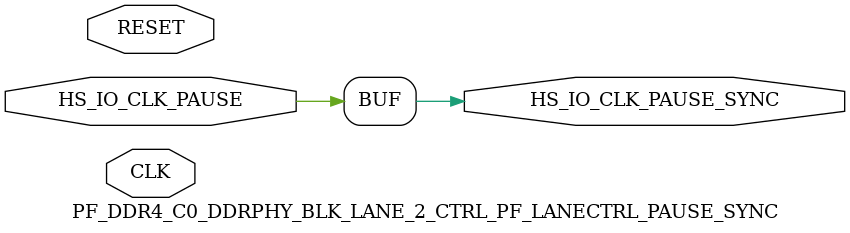
<source format=v>


module PF_DDR4_C0_DDRPHY_BLK_LANE_2_CTRL_PF_LANECTRL_PAUSE_SYNC( CLK, RESET, HS_IO_CLK_PAUSE, HS_IO_CLK_PAUSE_SYNC );
	
	input CLK, RESET, HS_IO_CLK_PAUSE;
	output HS_IO_CLK_PAUSE_SYNC;

	parameter ENABLE_PAUSE_EXTENSION = 2'b00;

	reg pause_reg_0, pause_reg_1, pause;
	wire pause_sync_0_i;

	generate 
		if( ENABLE_PAUSE_EXTENSION == 3'b000 ) begin : feed
			assign HS_IO_CLK_PAUSE_SYNC = HS_IO_CLK_PAUSE;
		end else if( ENABLE_PAUSE_EXTENSION == 3'b001 ) begin : pipe
			(* HS_IO_CLK_PAUSE_SYNC = 1, syn_keep = 1 *) SLE pause_sync_0(
				.CLK( CLK ),
				.D( HS_IO_CLK_PAUSE ),
				.Q( pause_sync_0_i ),
				.LAT( 1'b0 ),
				.EN( 1'b1 ),
				.ALn( ~RESET ),
				.ADn( 1'b1 ),
				.SLn( 1'b1 ),
				.SD( 1'b0 )
				);

			(* HS_IO_CLK_PAUSE_SYNC = 1, syn_keep = 1 *) SLE pause_sync (
				.CLK( CLK ),
				.D( pause_sync_0_i ),
				.Q( HS_IO_CLK_PAUSE_SYNC ),
				.LAT( 1'b0 ),
				.EN( 1'b1 ),
				.ALn( ~RESET ),
				.ADn( 1'b1 ),
				.SLn( 1'b1 ),
				.SD( 1'b0 )
				);
		end else if ( ENABLE_PAUSE_EXTENSION == 3'b010 ) begin : ext_pipe
			always @(posedge CLK or posedge RESET) begin : ext
				if( RESET == 1'b1 ) begin
					pause_reg_0 <= 1'b0;
					pause_reg_1 <= 1'b0;
					pause <= 1'b0;
				end else begin
					pause_reg_0 <= HS_IO_CLK_PAUSE;
					pause_reg_1 <= pause_reg_0;
					if( HS_IO_CLK_PAUSE == 1'b0 && pause_reg_0 ==1'b1 && pause_reg_1 == 1'b0 )
						pause <= 1'b1; // Extend by 1 cycle if the pulse is less than a cycle
					else
						pause <= HS_IO_CLK_PAUSE;
				end
			end

			(* HS_IO_CLK_PAUSE_SYNC = 1, syn_keep = 1 *) SLE pause_sync (
				.CLK( CLK ),
				.D( pause ),
				.Q( HS_IO_CLK_PAUSE_SYNC ),
				.LAT( 1'b0 ),
				.EN( 1'b1 ),
				.ALn( ~RESET ),
				.ADn( 1'b1 ),
				.SLn( 1'b1 ),
				.SD( 1'b0 )
				);
		end else if ( ENABLE_PAUSE_EXTENSION == 3'b011 ) begin : pipe_fall 
			(* HS_IO_CLK_PAUSE_SYNC = 1, syn_keep = 1 *) SLE pause_sync_0 (
				.CLK( CLK ),
				.D( HS_IO_CLK_PAUSE ),
				.Q( pause_sync_0_i ),
				.LAT( 1'b0 ),
				.EN( 1'b1 ),
				.ALn( ~RESET ),
				.ADn( 1'b1 ),
				.SLn( 1'b1 ),
				.SD( 1'b0 )
				);

			(* HS_IO_CLK_PAUSE_SYNC = 1, syn_keep = 1 *) SLE pause_sync (
				.CLK( ~CLK ),
				.D( pause_sync_0_i ),
				.Q( HS_IO_CLK_PAUSE_SYNC ),
				.LAT( 1'b0 ),
				.EN( 1'b1 ),
				.ALn( ~RESET ),
				.ADn( 1'b1 ),
				.SLn( 1'b1 ),
				.SD( 1'b0 )
				);
		end else if ( ENABLE_PAUSE_EXTENSION == 3'b100 ) begin : ext_pipe_fall 
			always @(posedge CLK or posedge RESET) begin : ext
				if( RESET == 1'b1 ) begin
					pause_reg_0 <= 1'b0;
					pause_reg_1 <= 1'b0;
					pause <= 1'b0;
				end else begin
					pause_reg_0 <= HS_IO_CLK_PAUSE;
					pause_reg_1 <= pause_reg_0;
					if( HS_IO_CLK_PAUSE == 1'b0 && pause_reg_0 ==1'b1 && pause_reg_1 == 1'b0 )
						pause <= 1'b1; // Extend by 1 cycle if the pulse is less than a cycle
					else
						pause <= HS_IO_CLK_PAUSE;
				end
			end

			(* HS_IO_CLK_PAUSE_SYNC = 1, syn_keep = 1 *) SLE pause_sync (
				.CLK( ~CLK ),
				.D( pause ),
				.Q( HS_IO_CLK_PAUSE_SYNC ),
				.LAT( 1'b0 ),
				.EN( 1'b1 ),
				.ALn( ~RESET ),
				.ADn( 1'b1 ),
				.SLn( 1'b1 ),
				.SD( 1'b0 )
				);
		end
	endgenerate

endmodule
</source>
